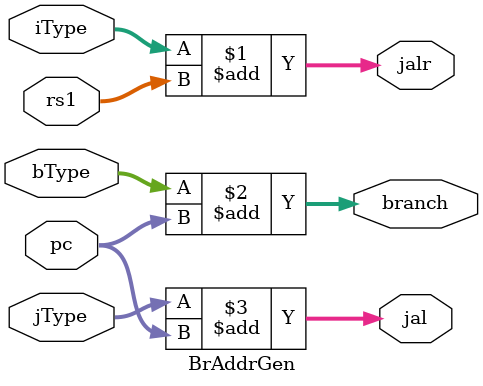
<source format=sv>
`timescale 1ns / 1ps


module BrAddrGen(
    input [31:0] jType,
    input [31:0] bType,
    input [31:0] iType,
    input [31:0] pc,
    input [31:0] rs1,
    output [31:0] jalr,
    output [31:0] branch,
    output [31:0] jal
    );
    
	assign jalr = iType + rs1;		// from immed_gen to pc mux
	assign branch = bType + pc;		// 
	assign jal = jType + pc;		// 
    
    
    
endmodule

</source>
